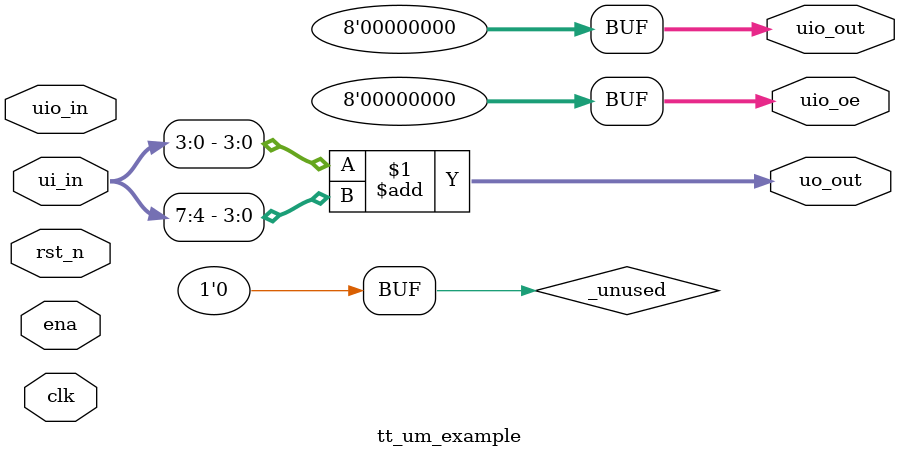
<source format=v>
/*
 * Copyright (c) 2024 Your Name
 * SPDX-License-Identifier: Apache-2.0
 */

`default_nettype none

module tt_um_example (
    input  wire [7:0] ui_in,    // Dedicated inputs
    output wire [7:0] uo_out,   // Dedicated outputs
    input  wire [7:0] uio_in,   // IOs: Input path
    output wire [7:0] uio_out,  // IOs: Output path
    output wire [7:0] uio_oe,   // IOs: Enable path (active high: 0=input, 1=output)
    input  wire       ena,      // always 1 when the design is powered, so you can ignore it
    input  wire       clk,      // clock
    input  wire       rst_n     // reset_n - low to reset
);

  // All output pins must be assigned. If not used, assign to 0.
    assign uo_out  = ui_in[3:0] + ui_in[7:4];  // Example: ou_out is the sum of ui_in and uio_in
  assign uio_out = 0;
  assign uio_oe  = 0;

  // List all unused inputs to prevent warnings
  wire _unused = &{ena, clk, rst_n, 1'b0};

endmodule

</source>
